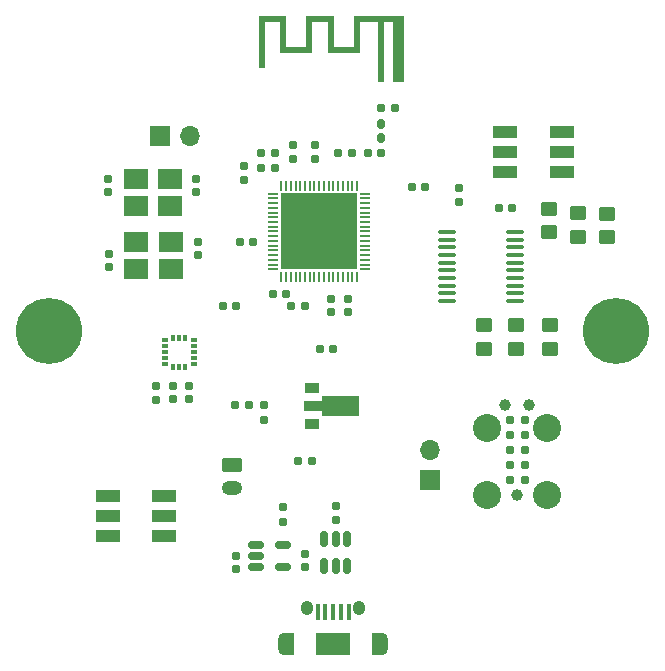
<source format=gts>
G04 #@! TF.GenerationSoftware,KiCad,Pcbnew,7.0.5-7.0.5~ubuntu22.04.1*
G04 #@! TF.CreationDate,2023-06-05T00:28:07-04:00*
G04 #@! TF.ProjectId,reaction-trainer,72656163-7469-46f6-9e2d-747261696e65,1.0*
G04 #@! TF.SameCoordinates,Original*
G04 #@! TF.FileFunction,Soldermask,Top*
G04 #@! TF.FilePolarity,Negative*
%FSLAX46Y46*%
G04 Gerber Fmt 4.6, Leading zero omitted, Abs format (unit mm)*
G04 Created by KiCad (PCBNEW 7.0.5-7.0.5~ubuntu22.04.1) date 2023-06-05 00:28:07*
%MOMM*%
%LPD*%
G01*
G04 APERTURE LIST*
G04 Aperture macros list*
%AMRoundRect*
0 Rectangle with rounded corners*
0 $1 Rounding radius*
0 $2 $3 $4 $5 $6 $7 $8 $9 X,Y pos of 4 corners*
0 Add a 4 corners polygon primitive as box body*
4,1,4,$2,$3,$4,$5,$6,$7,$8,$9,$2,$3,0*
0 Add four circle primitives for the rounded corners*
1,1,$1+$1,$2,$3*
1,1,$1+$1,$4,$5*
1,1,$1+$1,$6,$7*
1,1,$1+$1,$8,$9*
0 Add four rect primitives between the rounded corners*
20,1,$1+$1,$2,$3,$4,$5,0*
20,1,$1+$1,$4,$5,$6,$7,0*
20,1,$1+$1,$6,$7,$8,$9,0*
20,1,$1+$1,$8,$9,$2,$3,0*%
%AMFreePoly0*
4,1,9,3.862500,-0.866500,0.737500,-0.866500,0.737500,-0.450000,-0.737500,-0.450000,-0.737500,0.450000,0.737500,0.450000,0.737500,0.866500,3.862500,0.866500,3.862500,-0.866500,3.862500,-0.866500,$1*%
G04 Aperture macros list end*
%ADD10R,2.100000X1.800000*%
%ADD11RoundRect,0.087500X0.187500X0.087500X-0.187500X0.087500X-0.187500X-0.087500X0.187500X-0.087500X0*%
%ADD12RoundRect,0.087500X0.087500X0.187500X-0.087500X0.187500X-0.087500X-0.187500X0.087500X-0.187500X0*%
%ADD13RoundRect,0.155000X-0.212500X-0.155000X0.212500X-0.155000X0.212500X0.155000X-0.212500X0.155000X0*%
%ADD14RoundRect,0.160000X0.197500X0.160000X-0.197500X0.160000X-0.197500X-0.160000X0.197500X-0.160000X0*%
%ADD15RoundRect,0.155000X0.155000X-0.212500X0.155000X0.212500X-0.155000X0.212500X-0.155000X-0.212500X0*%
%ADD16C,2.374900*%
%ADD17C,0.990600*%
%ADD18C,0.787400*%
%ADD19RoundRect,0.155000X-0.155000X0.212500X-0.155000X-0.212500X0.155000X-0.212500X0.155000X0.212500X0*%
%ADD20RoundRect,0.250000X0.450000X-0.350000X0.450000X0.350000X-0.450000X0.350000X-0.450000X-0.350000X0*%
%ADD21RoundRect,0.160000X-0.197500X-0.160000X0.197500X-0.160000X0.197500X0.160000X-0.197500X0.160000X0*%
%ADD22RoundRect,0.160000X-0.160000X0.197500X-0.160000X-0.197500X0.160000X-0.197500X0.160000X0.197500X0*%
%ADD23RoundRect,0.155000X0.212500X0.155000X-0.212500X0.155000X-0.212500X-0.155000X0.212500X-0.155000X0*%
%ADD24RoundRect,0.100000X-0.637500X-0.100000X0.637500X-0.100000X0.637500X0.100000X-0.637500X0.100000X0*%
%ADD25RoundRect,0.250000X-0.450000X0.350000X-0.450000X-0.350000X0.450000X-0.350000X0.450000X0.350000X0*%
%ADD26RoundRect,0.160000X-0.160000X0.222500X-0.160000X-0.222500X0.160000X-0.222500X0.160000X0.222500X0*%
%ADD27R,2.000000X1.100000*%
%ADD28R,1.300000X0.900000*%
%ADD29FreePoly0,0.000000*%
%ADD30RoundRect,0.062500X-0.400000X-0.062500X0.400000X-0.062500X0.400000X0.062500X-0.400000X0.062500X0*%
%ADD31RoundRect,0.062500X-0.062500X-0.400000X0.062500X-0.400000X0.062500X0.400000X-0.062500X0.400000X0*%
%ADD32R,6.400000X6.400000*%
%ADD33RoundRect,0.160000X0.160000X-0.197500X0.160000X0.197500X-0.160000X0.197500X-0.160000X-0.197500X0*%
%ADD34R,1.700000X1.700000*%
%ADD35O,1.700000X1.700000*%
%ADD36C,3.600000*%
%ADD37C,5.600000*%
%ADD38RoundRect,0.150000X-0.512500X-0.150000X0.512500X-0.150000X0.512500X0.150000X-0.512500X0.150000X0*%
%ADD39R,0.400000X1.350000*%
%ADD40O,1.000000X1.900000*%
%ADD41R,0.875000X1.900000*%
%ADD42O,1.050000X1.250000*%
%ADD43R,2.900000X1.900000*%
%ADD44RoundRect,0.150000X0.150000X-0.512500X0.150000X0.512500X-0.150000X0.512500X-0.150000X-0.512500X0*%
%ADD45RoundRect,0.250000X-0.625000X0.350000X-0.625000X-0.350000X0.625000X-0.350000X0.625000X0.350000X0*%
%ADD46O,1.750000X1.200000*%
G04 APERTURE END LIST*
G36*
X129267494Y-67797294D02*
G01*
X128767500Y-67797294D01*
X128767500Y-63677294D01*
X129267494Y-63677294D01*
X129267494Y-67797294D01*
G37*
G36*
X131067185Y-66496907D02*
G01*
X130567185Y-66496907D01*
X130567185Y-63676907D01*
X131067185Y-63676907D01*
X131067185Y-66496907D01*
G37*
G36*
X131067504Y-63857294D02*
G01*
X128767510Y-63857294D01*
X128767510Y-63357294D01*
X131067504Y-63357294D01*
X131067504Y-63857294D01*
G37*
G36*
X133252891Y-66496974D02*
G01*
X130763691Y-66496974D01*
X130763691Y-65996981D01*
X133252891Y-65996981D01*
X133252891Y-66496974D01*
G37*
G36*
X133267185Y-66496907D02*
G01*
X132767185Y-66496907D01*
X132767185Y-63676907D01*
X133267185Y-63676907D01*
X133267185Y-66496907D01*
G37*
G36*
X135167504Y-66497297D02*
G01*
X134667504Y-66497297D01*
X134667504Y-63677297D01*
X135167504Y-63677297D01*
X135167504Y-66497297D01*
G37*
G36*
X135167507Y-63857297D02*
G01*
X132767507Y-63857297D01*
X132767507Y-63357297D01*
X135167507Y-63357297D01*
X135167507Y-63857297D01*
G37*
G36*
X137277497Y-66497294D02*
G01*
X134737497Y-66497294D01*
X134737497Y-66002494D01*
X137277497Y-66002494D01*
X137277497Y-66497294D01*
G37*
G36*
X137367891Y-66496974D02*
G01*
X136867891Y-66496974D01*
X136867891Y-63676981D01*
X137367891Y-63676981D01*
X137367891Y-66496974D01*
G37*
G36*
X139367889Y-68957495D02*
G01*
X138867890Y-68957495D01*
X138867890Y-63626178D01*
X139367889Y-63626178D01*
X139367889Y-68957495D01*
G37*
G36*
X141067184Y-68957496D02*
G01*
X140167184Y-68957496D01*
X140167184Y-63651510D01*
X141067184Y-63651510D01*
X141067184Y-68957496D01*
G37*
G36*
X141067502Y-63857294D02*
G01*
X136867503Y-63857294D01*
X136867503Y-63357294D01*
X141067502Y-63357294D01*
X141067502Y-63857294D01*
G37*
D10*
X121310400Y-82467800D03*
X118410400Y-82467800D03*
X118410400Y-84767800D03*
X121310400Y-84767800D03*
D11*
X123272000Y-92821000D03*
X123272000Y-92321000D03*
X123272000Y-91821000D03*
X123272000Y-91321000D03*
X123272000Y-90821000D03*
D12*
X122547000Y-90596000D03*
X122047000Y-90596000D03*
X121547000Y-90596000D03*
D11*
X120822000Y-90821000D03*
X120822000Y-91321000D03*
X120822000Y-91821000D03*
X120822000Y-92321000D03*
X120822000Y-92821000D03*
D12*
X121547000Y-93046000D03*
X122047000Y-93046000D03*
X122547000Y-93046000D03*
D13*
X133942200Y-91541600D03*
X135077200Y-91541600D03*
D14*
X132716200Y-87884000D03*
X131521200Y-87884000D03*
D15*
X121513600Y-95826200D03*
X121513600Y-94691200D03*
D16*
X148132800Y-103936800D03*
D17*
X150672800Y-103936800D03*
D16*
X153212800Y-103936800D03*
X148132800Y-98221800D03*
X153212800Y-98221800D03*
D17*
X149656800Y-96316800D03*
X151688800Y-96316800D03*
D18*
X151307800Y-102666800D03*
X151307800Y-101396800D03*
X151307800Y-100126800D03*
X151307800Y-98856800D03*
X151307800Y-97586800D03*
X150037800Y-97586800D03*
X150037800Y-98856800D03*
X150037800Y-100126800D03*
X150037800Y-101396800D03*
X150037800Y-102666800D03*
D19*
X135280400Y-104884600D03*
X135280400Y-106019600D03*
D20*
X155803600Y-82060800D03*
X155803600Y-80060800D03*
D21*
X126719400Y-96316800D03*
X127914400Y-96316800D03*
D22*
X129184400Y-96341000D03*
X129184400Y-97536000D03*
D23*
X133257100Y-101041200D03*
X132122100Y-101041200D03*
D24*
X144711500Y-81657000D03*
X144711500Y-82307000D03*
X144711500Y-82957000D03*
X144711500Y-83607000D03*
X144711500Y-84257000D03*
X144711500Y-84907000D03*
X144711500Y-85557000D03*
X144711500Y-86207000D03*
X144711500Y-86857000D03*
X144711500Y-87507000D03*
X150436500Y-87507000D03*
X150436500Y-86857000D03*
X150436500Y-86207000D03*
X150436500Y-85557000D03*
X150436500Y-84907000D03*
X150436500Y-84257000D03*
X150436500Y-83607000D03*
X150436500Y-82957000D03*
X150436500Y-82307000D03*
X150436500Y-81657000D03*
D14*
X136702800Y-74980800D03*
X135507800Y-74980800D03*
D25*
X153416000Y-89560400D03*
X153416000Y-91560400D03*
X147878800Y-89560400D03*
X147878800Y-91560400D03*
D15*
X126847600Y-110202600D03*
X126847600Y-109067600D03*
D19*
X136296400Y-87307800D03*
X136296400Y-88442800D03*
D26*
X139125258Y-72515000D03*
X139125258Y-73660000D03*
D27*
X154432000Y-76581000D03*
X154432000Y-74881000D03*
X154432000Y-73181000D03*
X149632000Y-73181000D03*
X149632000Y-74881000D03*
X149632000Y-76581000D03*
D10*
X121289400Y-77133800D03*
X118389400Y-77133800D03*
X118389400Y-79433800D03*
X121289400Y-79433800D03*
D22*
X145745200Y-77900600D03*
X145745200Y-79095600D03*
D20*
X158292800Y-82111600D03*
X158292800Y-80111600D03*
D28*
X133279600Y-94867600D03*
D29*
X133367100Y-96367600D03*
D28*
X133279600Y-97867600D03*
D30*
X129995000Y-78407500D03*
X129995000Y-78807500D03*
X129995000Y-79207500D03*
X129995000Y-79607500D03*
X129995000Y-80007500D03*
X129995000Y-80407500D03*
X129995000Y-80807500D03*
X129995000Y-81207500D03*
X129995000Y-81607500D03*
X129995000Y-82007500D03*
X129995000Y-82407500D03*
X129995000Y-82807500D03*
X129995000Y-83207500D03*
X129995000Y-83607500D03*
X129995000Y-84007500D03*
X129995000Y-84407500D03*
X129995000Y-84807500D03*
D31*
X130682500Y-85495000D03*
X131082500Y-85495000D03*
X131482500Y-85495000D03*
X131882500Y-85495000D03*
X132282500Y-85495000D03*
X132682500Y-85495000D03*
X133082500Y-85495000D03*
X133482500Y-85495000D03*
X133882500Y-85495000D03*
X134282500Y-85495000D03*
X134682500Y-85495000D03*
X135082500Y-85495000D03*
X135482500Y-85495000D03*
X135882500Y-85495000D03*
X136282500Y-85495000D03*
X136682500Y-85495000D03*
X137082500Y-85495000D03*
D30*
X137770000Y-84807500D03*
X137770000Y-84407500D03*
X137770000Y-84007500D03*
X137770000Y-83607500D03*
X137770000Y-83207500D03*
X137770000Y-82807500D03*
X137770000Y-82407500D03*
X137770000Y-82007500D03*
X137770000Y-81607500D03*
X137770000Y-81207500D03*
X137770000Y-80807500D03*
X137770000Y-80407500D03*
X137770000Y-80007500D03*
X137770000Y-79607500D03*
X137770000Y-79207500D03*
X137770000Y-78807500D03*
X137770000Y-78407500D03*
D31*
X137082500Y-77720000D03*
X136682500Y-77720000D03*
X136282500Y-77720000D03*
X135882500Y-77720000D03*
X135482500Y-77720000D03*
X135082500Y-77720000D03*
X134682500Y-77720000D03*
X134282500Y-77720000D03*
X133882500Y-77720000D03*
X133482500Y-77720000D03*
X133082500Y-77720000D03*
X132682500Y-77720000D03*
X132282500Y-77720000D03*
X131882500Y-77720000D03*
X131482500Y-77720000D03*
X131082500Y-77720000D03*
X130682500Y-77720000D03*
D32*
X133882500Y-81607500D03*
D15*
X123469400Y-78282800D03*
X123469400Y-77147800D03*
D19*
X115976400Y-77147800D03*
X115976400Y-78282800D03*
X116103400Y-83497800D03*
X116103400Y-84632800D03*
D20*
X153314400Y-81686400D03*
X153314400Y-79686400D03*
D33*
X133553200Y-75464600D03*
X133553200Y-74269600D03*
D23*
X142867000Y-77876400D03*
X141732000Y-77876400D03*
D15*
X122834400Y-95826200D03*
X122834400Y-94691200D03*
D19*
X127508000Y-76081000D03*
X127508000Y-77216000D03*
D23*
X139131817Y-74981398D03*
X137996817Y-74981398D03*
D25*
X150571200Y-89560400D03*
X150571200Y-91560400D03*
D34*
X143256000Y-102666800D03*
D35*
X143256000Y-100126800D03*
D15*
X123596400Y-83616800D03*
X123596400Y-82481800D03*
D22*
X130860800Y-104977000D03*
X130860800Y-106172000D03*
D33*
X120091200Y-95886200D03*
X120091200Y-94691200D03*
D15*
X132689600Y-110050200D03*
X132689600Y-108915200D03*
D36*
X111000000Y-90000000D03*
D37*
X111000000Y-90000000D03*
D13*
X139128282Y-71120000D03*
X140263282Y-71120000D03*
D38*
X128574800Y-108153200D03*
X128574800Y-109103200D03*
X128574800Y-110053200D03*
X130849800Y-110053200D03*
X130849800Y-108153200D03*
D39*
X136366800Y-113842800D03*
X135716800Y-113842800D03*
X135066800Y-113842800D03*
X134416800Y-113842800D03*
X133766800Y-113842800D03*
D40*
X130891800Y-116517800D03*
D41*
X131329300Y-116517800D03*
D42*
X132841800Y-113517800D03*
D43*
X135066800Y-116517800D03*
D42*
X137291800Y-113517800D03*
D41*
X138804300Y-116517800D03*
D40*
X139241800Y-116517800D03*
D13*
X129979800Y-86868000D03*
X131114800Y-86868000D03*
D36*
X159000000Y-90000000D03*
D37*
X159000000Y-90000000D03*
D13*
X149098000Y-79603600D03*
X150233000Y-79603600D03*
X127143700Y-82499200D03*
X128278700Y-82499200D03*
X125712600Y-87884000D03*
X126847600Y-87884000D03*
D22*
X131673600Y-74269600D03*
X131673600Y-75464600D03*
D34*
X120446800Y-73507600D03*
D35*
X122986800Y-73507600D03*
D27*
X120764000Y-107364000D03*
X120764000Y-105664000D03*
X120764000Y-103964000D03*
X115964000Y-103964000D03*
X115964000Y-105664000D03*
X115964000Y-107364000D03*
D23*
X130107500Y-76200000D03*
X128972500Y-76200000D03*
X130107500Y-74930000D03*
X128972500Y-74930000D03*
D44*
X134330400Y-109951100D03*
X135280400Y-109951100D03*
X136230400Y-109951100D03*
X136230400Y-107676100D03*
X135280400Y-107676100D03*
X134330400Y-107676100D03*
D19*
X134924800Y-87307800D03*
X134924800Y-88442800D03*
D45*
X126492000Y-101346000D03*
D46*
X126492000Y-103346000D03*
M02*

</source>
